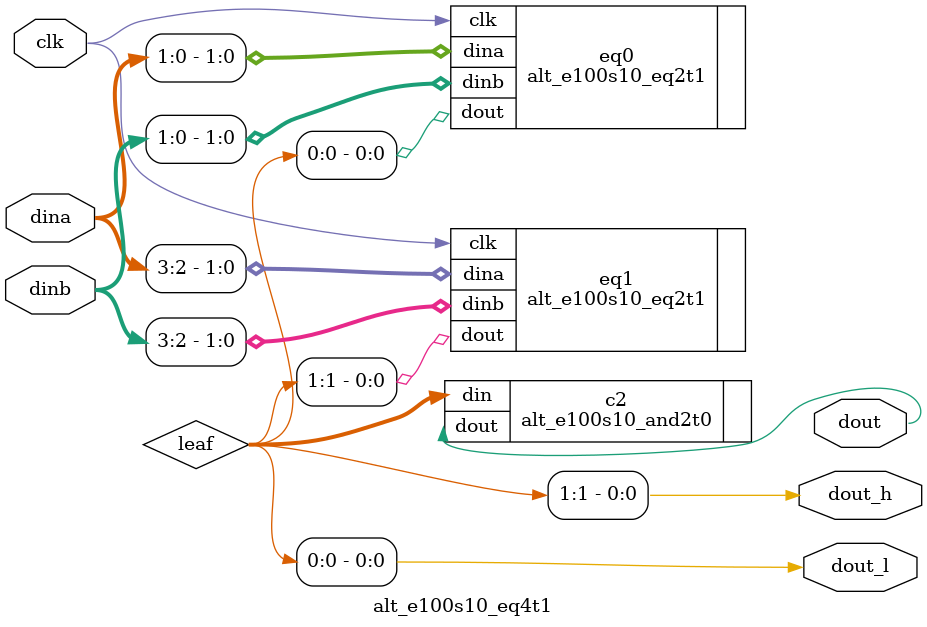
<source format=v>




`timescale 1ps/1ps


module alt_e100s10_eq4t1 #(
    parameter SIM_EMULATE = 1'b0
) (
    input clk,
    input [3:0] dina,
    input [3:0] dinb,
    output dout,
    output dout_l,
    output dout_h
);

wire [1:0] leaf;

alt_e100s10_eq2t1 eq0 (
    .clk(clk),
    .dina(dina[1:0]),
    .dinb(dinb[1:0]),
    .dout(leaf[0])
);

defparam eq0 .SIM_EMULATE = SIM_EMULATE;

alt_e100s10_eq2t1 eq1 (
    .clk(clk),
    .dina(dina[3:2]),
    .dinb(dinb[3:2]),
    .dout(leaf[1])
);

defparam eq1 .SIM_EMULATE = SIM_EMULATE;

alt_e100s10_and2t0 c2 (
    .din(leaf),
    .dout(dout)
);
defparam c2 .SIM_EMULATE = SIM_EMULATE;

assign dout_l = leaf[0];
assign dout_h = leaf[1];

endmodule


</source>
